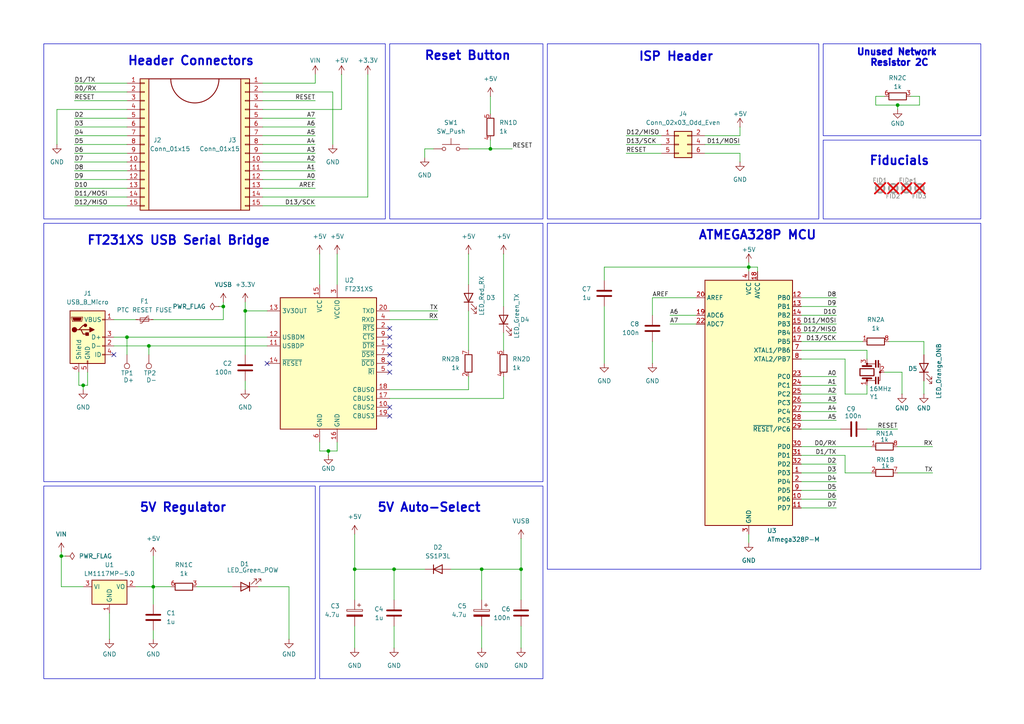
<source format=kicad_sch>
(kicad_sch (version 20250114) (generator "eeschema") (generator_version "9.0")
  (paper "A4")
  (lib_symbols
    (symbol "Connector:TestPoint" (pin_numbers (hide yes)) (pin_names (offset 0.762) (hide yes))
      (property "Reference" "TP" (at 0 6.858 0))
      (property "Value" "TestPoint" (at 0 5.08 0))
      (symbol "TestPoint_1_1"
        (pin passive line (at 0 0 90) (length 2.54) (name "1") (number "1"))
      )
    )
    (symbol "Connector:USB_B_Micro" (pin_names (offset 1.016))
      (property "Reference" "J" (at -5.08 11.43 0))
      (property "Value" "USB_B_Micro" (at -5.08 8.89 0))
      (symbol "USB_B_Micro_1_1"
        (pin passive line (at -2.54 -10.16 90) (length 2.54) (name "Shield") (number "6"))
        (pin power_out line (at 0 -10.16 90) (length 2.54) (name "GND") (number "5"))
        (pin power_out line (at 7.62 5.08 180) (length 2.54) (name "VBUS") (number "1"))
        (pin bidirectional line (at 7.62 0 180) (length 2.54) (name "D+") (number "3"))
        (pin bidirectional line (at 7.62 -2.54 180) (length 2.54) (name "D-") (number "2"))
        (pin passive line (at 7.62 -5.08 180) (length 2.54) (name "ID") (number "4"))
      )
    )
    (symbol "Connector_Generic:Conn_01x15" (pin_names (offset 1.016) (hide yes))
      (property "Reference" "J" (at 0 20.32 0))
      (property "Value" "Conn_01x15" (at 0 -20.32 0))
      (symbol "Conn_01x15_1_1"
        (pin passive line (at -5.08 17.78 0) (length 3.81) (name "Pin_1") (number "1"))
        (pin passive line (at -5.08 15.24 0) (length 3.81) (name "Pin_2") (number "2"))
        (pin passive line (at -5.08 12.7 0) (length 3.81) (name "Pin_3") (number "3"))
        (pin passive line (at -5.08 10.16 0) (length 3.81) (name "Pin_4") (number "4"))
        (pin passive line (at -5.08 7.62 0) (length 3.81) (name "Pin_5") (number "5"))
        (pin passive line (at -5.08 5.08 0) (length 3.81) (name "Pin_6") (number "6"))
        (pin passive line (at -5.08 2.54 0) (length 3.81) (name "Pin_7") (number "7"))
        (pin passive line (at -5.08 0 0) (length 3.81) (name "Pin_8") (number "8"))
        (pin passive line (at -5.08 -2.54 0) (length 3.81) (name "Pin_9") (number "9"))
        (pin passive line (at -5.08 -5.08 0) (length 3.81) (name "Pin_10") (number "10"))
        (pin passive line (at -5.08 -7.62 0) (length 3.81) (name "Pin_11") (number "11"))
        (pin passive line (at -5.08 -10.16 0) (length 3.81) (name "Pin_12") (number "12"))
        (pin passive line (at -5.08 -12.7 0) (length 3.81) (name "Pin_13") (number "13"))
        (pin passive line (at -5.08 -15.24 0) (length 3.81) (name "Pin_14") (number "14"))
        (pin passive line (at -5.08 -17.78 0) (length 3.81) (name "Pin_15") (number "15"))
      )
    )
    (symbol "Connector_Generic:Conn_02x03_Odd_Even" (pin_names (offset 1.016) (hide yes))
      (property "Reference" "J" (at 1.27 5.08 0))
      (property "Value" "Conn_02x03_Odd_Even" (at 1.27 -5.08 0))
      (symbol "Conn_02x03_Odd_Even_1_1"
        (pin passive line (at -5.08 2.54 0) (length 3.81) (name "Pin_1") (number "1"))
        (pin passive line (at -5.08 0 0) (length 3.81) (name "Pin_3") (number "3"))
        (pin passive line (at -5.08 -2.54 0) (length 3.81) (name "Pin_5") (number "5"))
        (pin passive line (at 7.62 2.54 180) (length 3.81) (name "Pin_2") (number "2"))
        (pin passive line (at 7.62 0 180) (length 3.81) (name "Pin_4") (number "4"))
        (pin passive line (at 7.62 -2.54 180) (length 3.81) (name "Pin_6") (number "6"))
      )
    )
    (symbol "Device:C" (pin_numbers (hide yes)) (pin_names (offset 0.254))
      (property "Reference" "C" (at 0.635 2.54 0))
      (property "Value" "C" (at 0.635 -2.54 0))
      (symbol "C_1_1"
        (pin passive line (at 0 3.81 270) (length 2.794) (name "~") (number "1"))
        (pin passive line (at 0 -3.81 90) (length 2.794) (name "~") (number "2"))
      )
    )
    (symbol "Device:C_Polarized" (pin_numbers (hide yes)) (pin_names (offset 0.254))
      (property "Reference" "C" (at 0.635 2.54 0))
      (property "Value" "C_Polarized" (at 0.635 -2.54 0))
      (symbol "C_Polarized_1_1"
        (pin passive line (at 0 3.81 270) (length 2.794) (name "~") (number "1"))
        (pin passive line (at 0 -3.81 90) (length 2.794) (name "~") (number "2"))
      )
    )
    (symbol "Device:D" (pin_numbers (hide yes)) (pin_names (offset 1.016) (hide yes))
      (property "Reference" "D" (at 0 2.54 0))
      (property "Value" "D" (at 0 -2.54 0))
      (symbol "D_1_1"
        (pin passive line (at -3.81 0 0) (length 2.54) (name "K") (number "1"))
        (pin passive line (at 3.81 0 180) (length 2.54) (name "A") (number "2"))
      )
    )
    (symbol "Device:LED" (pin_numbers (hide yes)) (pin_names (offset 1.016) (hide yes))
      (property "Reference" "D" (at 0 2.54 0))
      (property "Value" "LED" (at 0 -2.54 0))
      (symbol "LED_1_1"
        (pin passive line (at -3.81 0 0) (length 2.54) (name "K") (number "1"))
        (pin passive line (at 3.81 0 180) (length 2.54) (name "A") (number "2"))
      )
    )
    (symbol "Device:Polyfuse_Small" (pin_numbers (hide yes)) (pin_names (offset 0))
      (property "Reference" "F" (at -1.905 0 90))
      (property "Value" "Polyfuse_Small" (at 1.905 0 90))
      (symbol "Polyfuse_Small_1_1"
        (pin passive line (at 0 2.54 270) (length 0.635) (name "~") (number "1"))
        (pin passive line (at 0 -2.54 90) (length 0.635) (name "~") (number "2"))
      )
    )
    (symbol "Device:R_Pack04_Split" (pin_names (offset 0) (hide yes))
      (property "Reference" "RN" (at 2.032 0 90))
      (property "Value" "R_Pack04_Split" (at 0 0 90))
      (symbol "R_Pack04_Split_1_1"
        (pin passive line (at 0 3.81 270) (length 1.27) (name "R1.2") (number "8"))
        (pin passive line (at 0 -3.81 90) (length 1.27) (name "R1.1") (number "1"))
      )
      (symbol "R_Pack04_Split_2_1"
        (pin passive line (at 0 3.81 270) (length 1.27) (name "R2.2") (number "7"))
        (pin passive line (at 0 -3.81 90) (length 1.27) (name "R2.1") (number "2"))
      )
      (symbol "R_Pack04_Split_3_1"
        (pin passive line (at 0 3.81 270) (length 1.27) (name "R3.2") (number "6"))
        (pin passive line (at 0 -3.81 90) (length 1.27) (name "R3.1") (number "3"))
      )
      (symbol "R_Pack04_Split_4_1"
        (pin passive line (at 0 3.81 270) (length 1.27) (name "R4.2") (number "5"))
        (pin passive line (at 0 -3.81 90) (length 1.27) (name "R4.1") (number "4"))
      )
    )
    (symbol "Device:Resonator" (pin_names (offset 1.016) (hide yes))
      (property "Reference" "Y" (at 0 5.715 0))
      (property "Value" "Resonator" (at 0 3.81 0))
      (symbol "Resonator_1_1"
        (pin passive line (at -3.81 0 0) (length 1.27) (name "1") (number "1"))
        (pin passive line (at 0 -5.08 90) (length 1.27) (name "2") (number "2"))
        (pin passive line (at 3.81 0 180) (length 1.27) (name "3") (number "3"))
      )
    )
    (symbol "Interface_USB:FT231XS"
      (property "Reference" "U" (at -13.97 20.32 0))
      (property "Value" "FT231XS" (at 7.62 20.32 0))
      (symbol "FT231XS_1_1"
        (pin power_out line (at -17.78 15.24 0) (length 3.81) (name "3V3OUT") (number "13"))
        (pin bidirectional line (at -17.78 7.62 0) (length 3.81) (name "USBDM") (number "12"))
        (pin bidirectional line (at -17.78 5.08 0) (length 3.81) (name "USBDP") (number "11"))
        (pin input line (at -17.78 0 0) (length 3.81) (name "~{RESET}") (number "14"))
        (pin power_in line (at -2.54 22.86 270) (length 3.81) (name "VCC") (number "15"))
        (pin power_in line (at -2.54 -22.86 90) (length 3.81) (name "GND") (number "6"))
        (pin power_in line (at 2.54 22.86 270) (length 3.81) (name "VCCIO") (number "3"))
        (pin power_in line (at 2.54 -22.86 90) (length 3.81) (name "GND") (number "16"))
        (pin output line (at 17.78 15.24 180) (length 3.81) (name "TXD") (number "20"))
        (pin input line (at 17.78 12.7 180) (length 3.81) (name "RXD") (number "4"))
        (pin output line (at 17.78 10.16 180) (length 3.81) (name "~{RTS}") (number "2"))
        (pin input line (at 17.78 7.62 180) (length 3.81) (name "~{CTS}") (number "9"))
        (pin output line (at 17.78 5.08 180) (length 3.81) (name "~{DTR}") (number "1"))
        (pin input line (at 17.78 2.54 180) (length 3.81) (name "~{DSR}") (number "7"))
        (pin input line (at 17.78 0 180) (length 3.81) (name "~{DCD}") (number "8"))
        (pin input line (at 17.78 -2.54 180) (length 3.81) (name "~{RI}") (number "5"))
        (pin bidirectional line (at 17.78 -7.62 180) (length 3.81) (name "CBUS0") (number "18"))
        (pin bidirectional line (at 17.78 -10.16 180) (length 3.81) (name "CBUS1") (number "17"))
        (pin bidirectional line (at 17.78 -12.7 180) (length 3.81) (name "CBUS2") (number "10"))
        (pin bidirectional line (at 17.78 -15.24 180) (length 3.81) (name "CBUS3") (number "19"))
      )
    )
    (symbol "MCU_Microchip_ATmega:ATmega328P-M"
      (property "Reference" "U" (at -12.7 36.83 0))
      (property "Value" "ATmega328P-M" (at 2.54 -36.83 0))
      (symbol "ATmega328P-M_1_1"
        (pin passive line (at -15.24 30.48 0) (length 2.54) (name "AREF") (number "20"))
        (pin input line (at -15.24 25.4 0) (length 2.54) (name "ADC6") (number "19"))
        (pin input line (at -15.24 22.86 0) (length 2.54) (name "ADC7") (number "22"))
        (pin power_in line (at 0 38.1 270) (length 2.54) (name "VCC") (number "4"))
        (pin passive line (at 0 38.1 270) (length 2.54) (hide yes) (name "VCC") (number "6"))
        (pin passive line (at 0 -38.1 90) (length 2.54) (hide yes) (name "GND") (number "21"))
        (pin power_in line (at 0 -38.1 90) (length 2.54) (name "GND") (number "3"))
        (pin passive line (at 0 -38.1 90) (length 2.54) (hide yes) (name "GND") (number "33"))
        (pin passive line (at 0 -38.1 90) (length 2.54) (hide yes) (name "GND") (number "5"))
        (pin power_in line (at 2.54 38.1 270) (length 2.54) (name "AVCC") (number "18"))
        (pin bidirectional line (at 15.24 30.48 180) (length 2.54) (name "PB0") (number "12"))
        (pin bidirectional line (at 15.24 27.94 180) (length 2.54) (name "PB1") (number "13"))
        (pin bidirectional line (at 15.24 25.4 180) (length 2.54) (name "PB2") (number "14"))
        (pin bidirectional line (at 15.24 22.86 180) (length 2.54) (name "PB3") (number "15"))
        (pin bidirectional line (at 15.24 20.32 180) (length 2.54) (name "PB4") (number "16"))
        (pin bidirectional line (at 15.24 17.78 180) (length 2.54) (name "PB5") (number "17"))
        (pin bidirectional line (at 15.24 15.24 180) (length 2.54) (name "XTAL1/PB6") (number "7"))
        (pin bidirectional line (at 15.24 12.7 180) (length 2.54) (name "XTAL2/PB7") (number "8"))
        (pin bidirectional line (at 15.24 7.62 180) (length 2.54) (name "PC0") (number "23"))
        (pin bidirectional line (at 15.24 5.08 180) (length 2.54) (name "PC1") (number "24"))
        (pin bidirectional line (at 15.24 2.54 180) (length 2.54) (name "PC2") (number "25"))
        (pin bidirectional line (at 15.24 0 180) (length 2.54) (name "PC3") (number "26"))
        (pin bidirectional line (at 15.24 -2.54 180) (length 2.54) (name "PC4") (number "27"))
        (pin bidirectional line (at 15.24 -5.08 180) (length 2.54) (name "PC5") (number "28"))
        (pin bidirectional line (at 15.24 -7.62 180) (length 2.54) (name "~{RESET}/PC6") (number "29"))
        (pin bidirectional line (at 15.24 -12.7 180) (length 2.54) (name "PD0") (number "30"))
        (pin bidirectional line (at 15.24 -15.24 180) (length 2.54) (name "PD1") (number "31"))
        (pin bidirectional line (at 15.24 -17.78 180) (length 2.54) (name "PD2") (number "32"))
        (pin bidirectional line (at 15.24 -20.32 180) (length 2.54) (name "PD3") (number "1"))
        (pin bidirectional line (at 15.24 -22.86 180) (length 2.54) (name "PD4") (number "2"))
        (pin bidirectional line (at 15.24 -25.4 180) (length 2.54) (name "PD5") (number "9"))
        (pin bidirectional line (at 15.24 -27.94 180) (length 2.54) (name "PD6") (number "10"))
        (pin bidirectional line (at 15.24 -30.48 180) (length 2.54) (name "PD7") (number "11"))
      )
    )
    (symbol "Mechanical:Fiducial" (in_bom no)
      (property "Reference" "FID" (at 0 5.08 0))
      (property "Value" "Fiducial" (at 0 3.175 0))
    )
    (symbol "Regulator_Linear:LM1117MP-5.0"
      (property "Reference" "U" (at -3.81 3.175 0))
      (property "Value" "LM1117MP-5.0" (at 0 3.175 0))
      (symbol "LM1117MP-5.0_1_1"
        (pin power_in line (at -7.62 0 0) (length 2.54) (name "VI") (number "3"))
        (pin power_in line (at 0 -7.62 90) (length 2.54) (name "GND") (number "1"))
        (pin power_out line (at 7.62 0 180) (length 2.54) (name "VO") (number "2"))
      )
    )
    (symbol "Switch:SW_Push" (pin_numbers (hide yes)) (pin_names (offset 1.016) (hide yes))
      (property "Reference" "SW" (at 1.27 2.54 0))
      (property "Value" "SW_Push" (at 0 -1.524 0))
      (symbol "SW_Push_0_1"
        (pin passive line (at -5.08 0 0) (length 2.54) (name "1") (number "1"))
        (pin passive line (at 5.08 0 180) (length 2.54) (name "2") (number "2"))
      )
    )
    (symbol "power:+3.3V" (power) (pin_numbers (hide yes)) (pin_names (offset 0) (hide yes))
      (property "Value" "+3.3V" (at 0 3.556 0))
      (symbol "+3.3V_1_1"
        (pin power_in line (at 0 0 90) (length 0) (name "~") (number "1"))
      )
    )
    (symbol "power:+5V" (power) (pin_numbers (hide yes)) (pin_names (offset 0) (hide yes))
      (property "Value" "+5V" (at 0 3.556 0))
      (symbol "+5V_1_1"
        (pin power_in line (at 0 0 90) (length 0) (name "~") (number "1"))
      )
    )
    (symbol "power:GND" (power) (pin_numbers (hide yes)) (pin_names (offset 0) (hide yes))
      (property "Value" "GND" (at 0 -3.81 0))
      (symbol "GND_1_1"
        (pin power_in line (at 0 0 270) (length 0) (name "~") (number "1"))
      )
    )
    (symbol "power:PWR_FLAG" (power) (pin_numbers (hide yes)) (pin_names (offset 0) (hide yes))
      (property "Value" "PWR_FLAG" (at 0 3.81 0))
      (symbol "PWR_FLAG_0_0"
        (pin power_out line (at 0 0 90) (length 0) (name "~") (number "1"))
      )
    )
    (symbol "power:VAA" (power) (pin_numbers (hide yes)) (pin_names (offset 0) (hide yes))
      (property "Value" "VAA" (at 0 3.556 0))
      (symbol "VAA_1_1"
        (pin power_in line (at 0 0 90) (length 0) (name "~") (number "1"))
      )
    )
    (symbol "power:VBUS" (power) (pin_numbers (hide yes)) (pin_names (offset 0) (hide yes))
      (property "Value" "VBUS" (at 0 3.556 0))
      (symbol "VBUS_1_1"
        (pin power_in line (at 0 0 90) (length 0) (name "~") (number "1"))
      )
    )
  )
  (rectangle (start 158.75 64.77) (end 284.48 165.1))
  (rectangle (start 12.7 12.7) (end 111.76 63.5))
  (rectangle (start 238.76 12.7) (end 284.48 39.37))
  (arc (start 63.5 22.86) (mid 56.515 29.845) (end 49.53 22.86) (stroke (width 0.254) (color 132 0 0 1)))
  (rectangle (start 238.76 40.64) (end 284.48 63.5))
  (rectangle (start 113.03 12.7) (end 157.48 63.5))
  (rectangle (start 12.7 64.77) (end 157.48 139.7))
  (rectangle (start 158.75 12.7) (end 237.49 63.5))
  (rectangle (start 92.71 140.97) (end 157.48 196.85))
  (rectangle (start 12.7 140.97) (end 91.44 196.85))
  (text "Header Connectors" (at 55.372 17.78 0) (effects (font (size 2.54 2.54) (thickness 0.508) (bold yes))))
  (text "ATMEGA328P MCU" (at 219.71 68.326 0) (effects (font (size 2.54 2.54) (thickness 0.508) (bold yes))))
  (text "5V Auto-Select" (at 124.46 147.32 0) (effects (font (size 2.54 2.54) (thickness 0.508) (bold yes))))
  (text "FT231XS USB Serial Bridge" (at 51.816 69.85 0) (effects (font (size 2.54 2.54) (thickness 0.508) (bold yes))))
  (text "ISP Header" (at 196.088 16.51 0) (effects (font (size 2.54 2.54) (thickness 0.508) (bold yes))))
  (text "5V Regulator" (at 53.086 147.32 0) (effects (font (size 2.54 2.54) (thickness 0.508) (bold yes))))
  (text "Reset Button" (at 135.636 16.256 0) (effects (font (size 2.54 2.54) (thickness 0.508) (bold yes))))
  (text "Fiducials\n" (at 260.858 46.736 0) (effects (font (size 2.54 2.54) (thickness 0.508) (bold yes))))
  (text "Unused Network \nResistor 2C" (at 260.858 16.764 0) (effects (font (size 1.905 1.905) (thickness 0.508) (bold yes))))
  (junction (at 260.35 30.48))
  (junction (at 151.13 165.1))
  (junction (at 43.18 100.33))
  (junction (at 114.3 165.1))
  (junction (at 142.24 43.18))
  (junction (at 44.45 170.18))
  (junction (at 71.12 90.17))
  (junction (at 217.17 77.47))
  (junction (at 17.78 161.29))
  (junction (at 139.7 165.1))
  (junction (at 24.13 111.76))
  (junction (at 102.87 165.1))
  (junction (at 64.77 88.9))
  (junction (at 36.83 97.79))
  (junction (at 95.25 130.81))
  (no_connect (at 113.03 105.41))
  (no_connect (at 77.47 105.41))
  (no_connect (at 113.03 97.79))
  (no_connect (at 113.03 102.87))
  (no_connect (at 113.03 107.95))
  (no_connect (at 33.02 102.87))
  (no_connect (at 113.03 118.11))
  (no_connect (at 113.03 120.65))
  (no_connect (at 113.03 100.33))
  (no_connect (at 113.03 95.25))
  (wire (pts (xy 44.45 170.18) (xy 44.45 175.26)))
  (wire (pts (xy 44.45 185.42) (xy 44.45 182.88)))
  (wire (pts (xy 21.59 52.07) (xy 36.83 52.07)))
  (wire (pts (xy 243.84 124.46) (xy 232.41 124.46)))
  (wire (pts (xy 251.46 101.6) (xy 251.46 104.14)))
  (wire (pts (xy 142.24 43.18) (xy 142.24 40.64)))
  (wire (pts (xy 201.93 93.98) (xy 194.31 93.98)))
  (wire (pts (xy 76.2 57.15) (xy 106.68 57.15)))
  (wire (pts (xy 22.86 111.76) (xy 24.13 111.76)))
  (wire (pts (xy 232.41 88.9) (xy 242.57 88.9)))
  (wire (pts (xy 245.11 114.3) (xy 251.46 114.3)))
  (wire (pts (xy 91.44 24.13) (xy 91.44 21.59)))
  (wire (pts (xy 95.25 130.81) (xy 97.79 130.81)))
  (wire (pts (xy 232.41 139.7) (xy 242.57 139.7)))
  (wire (pts (xy 97.79 73.66) (xy 97.79 82.55)))
  (wire (pts (xy 135.89 73.66) (xy 135.89 82.55)))
  (wire (pts (xy 260.35 31.75) (xy 260.35 30.48)))
  (wire (pts (xy 214.63 46.99) (xy 214.63 44.45)))
  (wire (pts (xy 16.51 31.75) (xy 36.83 31.75)))
  (wire (pts (xy 232.41 147.32) (xy 242.57 147.32)))
  (wire (pts (xy 151.13 173.99) (xy 151.13 165.1)))
  (wire (pts (xy 102.87 154.94) (xy 102.87 165.1)))
  (wire (pts (xy 260.35 137.16) (xy 270.51 137.16)))
  (wire (pts (xy 232.41 104.14) (xy 245.11 104.14)))
  (wire (pts (xy 123.19 43.18) (xy 125.73 43.18)))
  (wire (pts (xy 21.59 39.37) (xy 36.83 39.37)))
  (wire (pts (xy 57.15 170.18) (xy 67.31 170.18)))
  (wire (pts (xy 146.05 115.57) (xy 146.05 109.22)))
  (wire (pts (xy 189.23 86.36) (xy 189.23 91.44)))
  (wire (pts (xy 99.06 31.75) (xy 99.06 21.59)))
  (wire (pts (xy 266.7 30.48) (xy 260.35 30.48)))
  (wire (pts (xy 44.45 161.29) (xy 44.45 170.18)))
  (wire (pts (xy 76.2 44.45) (xy 91.44 44.45)))
  (wire (pts (xy 251.46 114.3) (xy 251.46 111.76)))
  (wire (pts (xy 245.11 104.14) (xy 245.11 114.3)))
  (wire (pts (xy 232.41 137.16) (xy 242.57 137.16)))
  (wire (pts (xy 191.77 39.37) (xy 181.61 39.37)))
  (wire (pts (xy 76.2 52.07) (xy 91.44 52.07)))
  (wire (pts (xy 260.35 30.48) (xy 254 30.48)))
  (wire (pts (xy 102.87 165.1) (xy 114.3 165.1)))
  (wire (pts (xy 217.17 154.94) (xy 217.17 157.48)))
  (wire (pts (xy 21.59 41.91) (xy 36.83 41.91)))
  (wire (pts (xy 232.41 142.24) (xy 242.57 142.24)))
  (wire (pts (xy 260.35 129.54) (xy 270.51 129.54)))
  (wire (pts (xy 76.2 34.29) (xy 91.44 34.29)))
  (wire (pts (xy 64.77 88.9) (xy 64.77 92.71)))
  (wire (pts (xy 33.02 92.71) (xy 39.37 92.71)))
  (wire (pts (xy 91.44 46.99) (xy 76.2 46.99)))
  (wire (pts (xy 232.41 114.3) (xy 242.57 114.3)))
  (wire (pts (xy 21.59 44.45) (xy 36.83 44.45)))
  (wire (pts (xy 76.2 41.91) (xy 91.44 41.91)))
  (wire (pts (xy 63.5 88.9) (xy 64.77 88.9)))
  (wire (pts (xy 21.59 24.13) (xy 36.83 24.13)))
  (wire (pts (xy 135.89 113.03) (xy 135.89 109.22)))
  (wire (pts (xy 76.2 39.37) (xy 91.44 39.37)))
  (wire (pts (xy 24.13 111.76) (xy 24.13 113.03)))
  (wire (pts (xy 36.83 46.99) (xy 21.59 46.99)))
  (wire (pts (xy 16.51 31.75) (xy 16.51 41.91)))
  (wire (pts (xy 151.13 181.61) (xy 151.13 187.96)))
  (wire (pts (xy 266.7 27.94) (xy 264.16 27.94)))
  (wire (pts (xy 92.71 130.81) (xy 92.71 128.27)))
  (wire (pts (xy 113.03 113.03) (xy 135.89 113.03)))
  (wire (pts (xy 83.82 170.18) (xy 83.82 185.42)))
  (wire (pts (xy 232.41 144.78) (xy 242.57 144.78)))
  (wire (pts (xy 232.41 121.92) (xy 242.57 121.92)))
  (wire (pts (xy 217.17 77.47) (xy 217.17 76.2)))
  (wire (pts (xy 204.47 41.91) (xy 214.63 41.91)))
  (wire (pts (xy 254 27.94) (xy 256.54 27.94)))
  (wire (pts (xy 114.3 165.1) (xy 123.19 165.1)))
  (wire (pts (xy 217.17 77.47) (xy 219.71 77.47)))
  (wire (pts (xy 64.77 92.71) (xy 44.45 92.71)))
  (wire (pts (xy 19.05 161.29) (xy 17.78 161.29)))
  (wire (pts (xy 175.26 88.9) (xy 175.26 105.41)))
  (wire (pts (xy 33.02 100.33) (xy 43.18 100.33)))
  (wire (pts (xy 127 90.17) (xy 113.03 90.17)))
  (wire (pts (xy 22.86 107.95) (xy 22.86 111.76)))
  (wire (pts (xy 36.83 97.79) (xy 77.47 97.79)))
  (wire (pts (xy 142.24 43.18) (xy 148.59 43.18)))
  (wire (pts (xy 261.62 107.95) (xy 261.62 114.3)))
  (wire (pts (xy 232.41 91.44) (xy 242.57 91.44)))
  (wire (pts (xy 71.12 90.17) (xy 71.12 102.87)))
  (wire (pts (xy 146.05 96.52) (xy 146.05 101.6)))
  (wire (pts (xy 232.41 86.36) (xy 242.57 86.36)))
  (wire (pts (xy 31.75 177.8) (xy 31.75 185.42)))
  (wire (pts (xy 21.59 36.83) (xy 36.83 36.83)))
  (wire (pts (xy 21.59 29.21) (xy 36.83 29.21)))
  (wire (pts (xy 232.41 119.38) (xy 242.57 119.38)))
  (wire (pts (xy 17.78 170.18) (xy 17.78 161.29)))
  (wire (pts (xy 76.2 26.67) (xy 96.52 26.67)))
  (wire (pts (xy 123.19 43.18) (xy 123.19 45.72)))
  (wire (pts (xy 25.4 107.95) (xy 25.4 111.76)))
  (wire (pts (xy 232.41 111.76) (xy 242.57 111.76)))
  (wire (pts (xy 24.13 170.18) (xy 17.78 170.18)))
  (wire (pts (xy 267.97 102.87) (xy 267.97 99.06)))
  (wire (pts (xy 175.26 77.47) (xy 217.17 77.47)))
  (wire (pts (xy 232.41 129.54) (xy 252.73 129.54)))
  (wire (pts (xy 21.59 54.61) (xy 36.83 54.61)))
  (wire (pts (xy 76.2 36.83) (xy 91.44 36.83)))
  (wire (pts (xy 92.71 130.81) (xy 95.25 130.81)))
  (wire (pts (xy 76.2 59.69) (xy 91.44 59.69)))
  (wire (pts (xy 44.45 170.18) (xy 49.53 170.18)))
  (wire (pts (xy 232.41 99.06) (xy 250.19 99.06)))
  (wire (pts (xy 135.89 43.18) (xy 142.24 43.18)))
  (wire (pts (xy 43.18 100.33) (xy 77.47 100.33)))
  (wire (pts (xy 130.81 165.1) (xy 139.7 165.1)))
  (wire (pts (xy 71.12 87.63) (xy 71.12 90.17)))
  (wire (pts (xy 76.2 29.21) (xy 91.44 29.21)))
  (wire (pts (xy 175.26 81.28) (xy 175.26 77.47)))
  (wire (pts (xy 21.59 34.29) (xy 36.83 34.29)))
  (wire (pts (xy 214.63 44.45) (xy 204.47 44.45)))
  (wire (pts (xy 201.93 86.36) (xy 189.23 86.36)))
  (wire (pts (xy 245.11 137.16) (xy 245.11 132.08)))
  (wire (pts (xy 43.18 100.33) (xy 43.18 102.87)))
  (wire (pts (xy 97.79 128.27) (xy 97.79 130.81)))
  (wire (pts (xy 76.2 54.61) (xy 91.44 54.61)))
  (wire (pts (xy 232.41 101.6) (xy 251.46 101.6)))
  (wire (pts (xy 39.37 170.18) (xy 44.45 170.18)))
  (wire (pts (xy 21.59 26.67) (xy 36.83 26.67)))
  (wire (pts (xy 102.87 181.61) (xy 102.87 187.96)))
  (wire (pts (xy 254 30.48) (xy 254 27.94)))
  (polyline (pts (xy 43.18 60.96) (xy 69.85 60.96)) (stroke (width 0.254) (type solid) (color 132 0 0 1)))
  (wire (pts (xy 232.41 109.22) (xy 242.57 109.22)))
  (wire (pts (xy 189.23 99.06) (xy 189.23 105.41)))
  (polyline (pts (xy 43.18 22.86) (xy 69.85 22.86)) (stroke (width 0.254) (type solid) (color 132 0 0 1)))
  (wire (pts (xy 267.97 99.06) (xy 257.81 99.06)))
  (wire (pts (xy 151.13 156.21) (xy 151.13 165.1)))
  (wire (pts (xy 21.59 59.69) (xy 36.83 59.69)))
  (wire (pts (xy 96.52 26.67) (xy 96.52 41.91)))
  (wire (pts (xy 74.93 170.18) (xy 83.82 170.18)))
  (wire (pts (xy 267.97 110.49) (xy 267.97 114.3)))
  (wire (pts (xy 232.41 116.84) (xy 242.57 116.84)))
  (wire (pts (xy 33.02 97.79) (xy 36.83 97.79)))
  (wire (pts (xy 232.41 93.98) (xy 242.57 93.98)))
  (wire (pts (xy 217.17 78.74) (xy 217.17 77.47)))
  (wire (pts (xy 146.05 73.66) (xy 146.05 88.9)))
  (wire (pts (xy 232.41 96.52) (xy 242.57 96.52)))
  (wire (pts (xy 36.83 97.79) (xy 36.83 102.87)))
  (wire (pts (xy 191.77 41.91) (xy 181.61 41.91)))
  (wire (pts (xy 219.71 78.74) (xy 219.71 77.47)))
  (wire (pts (xy 245.11 137.16) (xy 252.73 137.16)))
  (wire (pts (xy 76.2 49.53) (xy 91.44 49.53)))
  (wire (pts (xy 71.12 90.17) (xy 77.47 90.17)))
  (wire (pts (xy 151.13 165.1) (xy 139.7 165.1)))
  (wire (pts (xy 21.59 57.15) (xy 36.83 57.15)))
  (wire (pts (xy 24.13 111.76) (xy 25.4 111.76)))
  (wire (pts (xy 181.61 44.45) (xy 191.77 44.45)))
  (wire (pts (xy 232.41 134.62) (xy 242.57 134.62)))
  (wire (pts (xy 17.78 161.29) (xy 17.78 160.02)))
  (wire (pts (xy 214.63 36.83) (xy 214.63 39.37)))
  (wire (pts (xy 139.7 173.99) (xy 139.7 165.1)))
  (wire (pts (xy 95.25 130.81) (xy 95.25 132.08)))
  (wire (pts (xy 214.63 39.37) (xy 204.47 39.37)))
  (wire (pts (xy 92.71 73.66) (xy 92.71 82.55)))
  (wire (pts (xy 71.12 110.49) (xy 71.12 113.03)))
  (wire (pts (xy 102.87 173.99) (xy 102.87 165.1)))
  (wire (pts (xy 127 92.71) (xy 113.03 92.71)))
  (wire (pts (xy 139.7 181.61) (xy 139.7 187.96)))
  (wire (pts (xy 256.54 107.95) (xy 261.62 107.95)))
  (wire (pts (xy 114.3 181.61) (xy 114.3 187.96)))
  (wire (pts (xy 260.35 124.46) (xy 251.46 124.46)))
  (wire (pts (xy 76.2 24.13) (xy 91.44 24.13)))
  (wire (pts (xy 245.11 132.08) (xy 232.41 132.08)))
  (wire (pts (xy 113.03 115.57) (xy 146.05 115.57)))
  (wire (pts (xy 21.59 49.53) (xy 36.83 49.53)))
  (wire (pts (xy 106.68 57.15) (xy 106.68 21.59)))
  (wire (pts (xy 201.93 91.44) (xy 194.31 91.44)))
  (wire (pts (xy 266.7 27.94) (xy 266.7 30.48)))
  (wire (pts (xy 135.89 90.17) (xy 135.89 101.6)))
  (wire (pts (xy 142.24 33.02) (xy 142.24 27.94)))
  (wire (pts (xy 76.2 31.75) (xy 99.06 31.75)))
  (wire (pts (xy 64.77 87.63) (xy 64.77 88.9)))
  (wire (pts (xy 114.3 173.99) (xy 114.3 165.1)))
  (label "D5" (at 21.59 41.91 0) (effects (font (size 1.2446 1.2446))))
  (label "A2" (at 242.57 114.3 180) (effects (font (size 1.2446 1.2446))))
  (label "A1" (at 91.44 49.53 180) (effects (font (size 1.2446 1.2446))))
  (label "RESET" (at 148.59 43.18 0) (effects (font (size 1.2446 1.2446))))
  (label "A6" (at 194.31 91.44 0) (effects (font (size 1.2446 1.2446))))
  (label "A6" (at 91.44 36.83 180) (effects (font (size 1.2446 1.2446))))
  (label "RESET" (at 181.61 44.45 0) (effects (font (size 1.2446 1.2446))))
  (label "D13/SCK" (at 242.57 99.06 180) (effects (font (size 1.2446 1.2446))))
  (label "A5" (at 242.57 121.92 180) (effects (font (size 1.2446 1.2446))))
  (label "D10" (at 242.57 91.44 180) (effects (font (size 1.2446 1.2446))))
  (label "A3" (at 91.44 44.45 180) (effects (font (size 1.2446 1.2446))))
  (label "RX" (at 270.51 129.54 180) (effects (font (size 1.2446 1.2446))))
  (label "A7" (at 91.44 34.29 180) (effects (font (size 1.2446 1.2446))))
  (label "D11/MOSI" (at 242.57 93.98 180) (effects (font (size 1.2446 1.2446))))
  (label "D0/RX" (at 21.59 26.67 0) (effects (font (size 1.2446 1.2446))))
  (label "D3" (at 242.57 137.16 180) (effects (font (size 1.2446 1.2446))))
  (label "RESET" (at 21.59 29.21 0) (effects (font (size 1.2446 1.2446))))
  (label "D0/RX" (at 242.57 129.54 180) (effects (font (size 1.2446 1.2446))))
  (label "D2" (at 21.59 34.29 0) (effects (font (size 1.2446 1.2446))))
  (label "A1" (at 242.57 111.76 180) (effects (font (size 1.2446 1.2446))))
  (label "D6" (at 242.57 144.78 180) (effects (font (size 1.2446 1.2446))))
  (label "D12/MISO" (at 21.59 59.69 0) (effects (font (size 1.2446 1.2446))))
  (label "A5" (at 91.44 39.37 180) (effects (font (size 1.2446 1.2446))))
  (label "D11/MOSI" (at 214.63 41.91 180) (effects (font (size 1.2446 1.2446))))
  (label "D7" (at 21.59 46.99 0) (effects (font (size 1.2446 1.2446))))
  (label "D10" (at 21.59 54.61 0) (effects (font (size 1.2446 1.2446))))
  (label "D13/SCK" (at 181.61 41.91 0) (effects (font (size 1.2446 1.2446))))
  (label "RESET" (at 260.35 124.46 180) (effects (font (size 1.2446 1.2446))))
  (label "A4" (at 242.57 119.38 180) (effects (font (size 1.2446 1.2446))))
  (label "D1/TX" (at 21.59 24.13 0) (effects (font (size 1.2446 1.2446))))
  (label "TX" (at 127 90.17 180) (effects (font (size 1.2446 1.2446))))
  (label "RX" (at 127 92.71 180) (effects (font (size 1.2446 1.2446))))
  (label "AREF" (at 189.23 86.36 0) (effects (font (size 1.2446 1.2446))))
  (label "TX" (at 270.51 137.16 180) (effects (font (size 1.2446 1.2446))))
  (label "D12/MISO" (at 242.57 96.52 180) (effects (font (size 1.2446 1.2446))))
  (label "A0" (at 91.44 52.07 180) (effects (font (size 1.2446 1.2446))))
  (label "D2" (at 242.57 134.62 180) (effects (font (size 1.2446 1.2446))))
  (label "D8" (at 21.59 49.53 0) (effects (font (size 1.2446 1.2446))))
  (label "D9" (at 21.59 52.07 0) (effects (font (size 1.2446 1.2446))))
  (label "D8" (at 242.57 86.36 180) (effects (font (size 1.2446 1.2446))))
  (label "D12/MISO" (at 181.61 39.37 0) (effects (font (size 1.2446 1.2446))))
  (label "A7" (at 194.31 93.98 0) (effects (font (size 1.2446 1.2446))))
  (label "D7" (at 242.57 147.32 180) (effects (font (size 1.2446 1.2446))))
  (label "A3" (at 242.57 116.84 180) (effects (font (size 1.2446 1.2446))))
  (label "A4" (at 91.44 41.91 180) (effects (font (size 1.2446 1.2446))))
  (label "D4" (at 21.59 39.37 0) (effects (font (size 1.2446 1.2446))))
  (label "A0" (at 242.57 109.22 180) (effects (font (size 1.2446 1.2446))))
  (label "D13/SCK" (at 91.44 59.69 180) (effects (font (size 1.2446 1.2446))))
  (label "A2" (at 91.44 46.99 180) (effects (font (size 1.2446 1.2446))))
  (label "AREF" (at 91.44 54.61 180) (effects (font (size 1.2446 1.2446))))
  (label "D9" (at 242.57 88.9 180) (effects (font (size 1.2446 1.2446))))
  (label "D5" (at 242.57 142.24 180) (effects (font (size 1.2446 1.2446))))
  (label "D6" (at 21.59 44.45 0) (effects (font (size 1.2446 1.2446))))
  (label "RESET" (at 91.44 29.21 180) (effects (font (size 1.2446 1.2446))))
  (label "D3" (at 21.59 36.83 0) (effects (font (size 1.2446 1.2446))))
  (label "D4" (at 242.57 139.7 180) (effects (font (size 1.2446 1.2446))))
  (label "D1/TX" (at 242.57 132.08 180) (effects (font (size 1.2446 1.2446))))
  (label "D11/MOSI" (at 21.59 57.15 0) (effects (font (size 1.2446 1.2446))))
  (symbol (lib_id "power:GND") (at 123.19 45.72 0) (mirror y) (unit 1)
    (property "Reference" "#PWR021" (effects (hide yes)))
    (property "Value" "GND" (at 123.19 50.8 0))
    (property "Description" "Power symbol creates a global label with name \"GND\" , ground" (effects (hide yes)))
  )
  (symbol (lib_id "power:+5V") (at 92.71 73.66 0) (unit 1)
    (property "Reference" "#PWR012" (effects (hide yes)))
    (property "Value" "+5V" (at 92.71 68.58 0))
    (property "Description" "Power symbol creates a global label with name \"+5V\"" (effects (hide yes)))
  )
  (symbol (lib_id "power:GND") (at 31.75 185.42 0) (mirror y) (unit 1)
    (property "Reference" "#PWR04" (effects (hide yes)))
    (property "Value" "GND" (at 31.75 189.738 0))
    (property "Description" "Power symbol creates a global label with name \"GND\" , ground" (effects (hide yes)))
  )
  (symbol (lib_id "power:+5V") (at 146.05 73.66 0) (unit 1)
    (property "Reference" "#PWR025" (effects (hide yes)))
    (property "Value" "+5V" (at 146.05 68.58 0))
    (property "Description" "Power symbol creates a global label with name \"+5V\"" (effects (hide yes)))
  )
  (symbol (lib_id "Device:R_Pack04_Split") (at 256.54 137.16 270) (unit 2)
    (property "Reference" "RN1" (at 256.794 133.35 90))
    (property "Value" "1k" (at 256.794 135.128 90))
    (property "Footprint" "Resistor_SMD:R_Cat16-4" (effects (hide yes)))
    (property "Description" "4 resistor network, parallel topology, split" (effects (hide yes)))
  )
  (symbol (lib_id "power:+5V") (at 217.17 76.2 0) (unit 1)
    (property "Reference" "#PWR032" (effects (hide yes)))
    (property "Value" "+5V" (at 217.17 72.39 0))
    (property "Description" "Power symbol creates a global label with name \"+5V\"" (effects (hide yes)))
  )
  (symbol (lib_id "Device:R_Pack04_Split") (at 260.35 27.94 90) (unit 3)
    (property "Reference" "RN2" (at 260.35 22.606 90))
    (property "Value" "1k" (at 260.35 25.146 90))
    (property "Footprint" "Resistor_SMD:R_Cat16-4" (effects (hide yes)))
    (property "Description" "4 resistor network, parallel topology, split" (effects (hide yes)))
  )
  (symbol (lib_id "power:GND") (at 189.23 105.41 0) (mirror y) (unit 1)
    (property "Reference" "#PWR029" (effects (hide yes)))
    (property "Value" "GND" (at 189.23 110.49 0))
    (property "Description" "Power symbol creates a global label with name \"GND\" , ground" (effects (hide yes)))
  )
  (symbol (lib_id "power:+5V") (at 135.89 73.66 0) (unit 1)
    (property "Reference" "#PWR022" (effects (hide yes)))
    (property "Value" "+5V" (at 135.89 68.58 0))
    (property "Description" "Power symbol creates a global label with name \"+5V\"" (effects (hide yes)))
  )
  (symbol (lib_id "Device:R_Pack04_Split") (at 254 99.06 270) (unit 1)
    (property "Reference" "RN2" (at 254 92.71 90))
    (property "Value" "1k" (at 254 95.25 90))
    (property "Footprint" "Resistor_SMD:R_Cat16-4" (effects (hide yes)))
    (property "Description" "4 resistor network, parallel topology, split" (effects (hide yes)))
  )
  (symbol (lib_id "Connector_Generic:Conn_01x15") (at 71.12 41.91 0) (mirror y) (unit 1)
    (property "Reference" "J3" (at 68.58 40.6399 0) (effects (justify left)))
    (property "Value" "Conn_01x15" (at 69.596 43.18 0) (effects (justify left)))
    (property "Footprint" "Connector_PinSocket_2.54mm:PinSocket_1x15_P2.54mm_Vertical" (effects (hide yes)))
    (property "Description" "Generic connector, single row, 01x15, script generated (kicad-library-utils/schlib/autogen/connector/)" (effects (hide yes)))
  )
  (symbol (lib_id "Mechanical:Fiducial") (at 266.7 54.61 0) (mirror x) (unit 1) (in_bom no) (on_board no) (dnp yes)
    (property "Reference" "FID3" (at 264.414 56.896 0) (effects (justify left)))
    (property "Value" "Fiducial" (effects (hide yes)))
    (property "Footprint" "Fiducial:Fiducial_0.75mm_Mask1.5mm" (effects (hide yes)))
    (property "Description" "Fiducial Marker" (effects (hide yes)))
  )
  (symbol (lib_id "power:GND") (at 267.97 114.3 0) (mirror y) (unit 1)
    (property "Reference" "#PWR036" (effects (hide yes)))
    (property "Value" "GND" (at 267.97 118.364 0))
    (property "Description" "Power symbol creates a global label with name \"GND\" , ground" (effects (hide yes)))
  )
  (symbol (lib_id "power:+5V") (at 142.24 27.94 0) (unit 1)
    (property "Reference" "#PWR024" (effects (hide yes)))
    (property "Value" "+5V" (at 142.24 22.86 0))
    (property "Description" "Power symbol creates a global label with name \"+5V\"" (effects (hide yes)))
  )
  (symbol (lib_id "power:+5V") (at 97.79 73.66 0) (unit 1)
    (property "Reference" "#PWR015" (effects (hide yes)))
    (property "Value" "+5V" (at 97.79 68.58 0))
    (property "Description" "Power symbol creates a global label with name \"+5V\"" (effects (hide yes)))
  )
  (symbol (lib_id "Device:C") (at 189.23 95.25 0) (mirror y) (unit 1)
    (property "Reference" "C8" (at 185.42 93.9799 0) (effects (justify left)))
    (property "Value" "100n" (at 185.42 96.5199 0) (effects (justify left)))
    (property "Footprint" "Capacitor_SMD:C_0805_2012Metric_Pad1.18x1.45mm_HandSolder" (effects (hide yes)))
    (property "Description" "Unpolarized capacitor" (effects (hide yes)))
  )
  (symbol (lib_id "power:+3.3V") (at 71.12 87.63 0) (unit 1)
    (property "Reference" "#PWR08" (effects (hide yes)))
    (property "Value" "+3.3V" (at 71.12 82.55 0))
    (property "Description" "Power symbol creates a global label with name \"+3.3V\"" (effects (hide yes)))
  )
  (symbol (lib_id "Device:LED") (at 135.89 86.36 90) (unit 1)
    (property "Reference" "D3" (at 140.97 86.36 90) (effects (justify right)))
    (property "Value" "LED_Red_RX" (at 139.7 80.01 0) (effects (justify right)))
    (property "Footprint" "LED_SMD:LED_0805_2012Metric_Pad1.15x1.40mm_HandSolder" (effects (hide yes)))
    (property "Description" "Light emitting diode" (effects (hide yes)))
    (property "Sim.Pins" "1=K 2=A" (effects (hide yes)))
  )
  (symbol (lib_id "Device:C_Polarized") (at 139.7 177.8 0) (mirror y) (unit 1)
    (property "Reference" "C5" (at 135.382 175.768 0) (effects (justify left)))
    (property "Value" "4.7u" (at 135.382 178.308 0) (effects (justify left)))
    (property "Footprint" "Capacitor_Tantalum_SMD:CP_EIA-3216-18_Kemet-A_HandSolder" (effects (hide yes)))
    (property "Description" "Polarized capacitor" (effects (hide yes)))
  )
  (symbol (lib_id "power:GND") (at 16.51 41.91 0) (unit 1)
    (property "Reference" "#PWR01" (effects (hide yes)))
    (property "Value" "GND" (at 16.51 46.99 0))
    (property "Description" "Power symbol creates a global label with name \"GND\" , ground" (effects (hide yes)))
  )
  (symbol (lib_id "Connector_Generic:Conn_01x15") (at 41.91 41.91 0) (unit 1)
    (property "Reference" "J2" (at 44.45 40.6399 0) (effects (justify left)))
    (property "Value" "Conn_01x15" (at 43.434 43.18 0) (effects (justify left)))
    (property "Footprint" "Connector_PinSocket_2.54mm:PinSocket_1x15_P2.54mm_Vertical" (effects (hide yes)))
    (property "Description" "Generic connector, single row, 01x15, script generated (kicad-library-utils/schlib/autogen/connector/)" (effects (hide yes)))
  )
  (symbol (lib_id "Device:R_Pack04_Split") (at 135.89 105.41 0) (mirror y) (unit 2)
    (property "Reference" "RN2" (at 133.35 104.1399 0) (effects (justify left)))
    (property "Value" "1k" (at 133.35 106.6799 0) (effects (justify left)))
    (property "Footprint" "Resistor_SMD:R_Cat16-4" (effects (hide yes)))
    (property "Description" "4 resistor network, parallel topology, split" (effects (hide yes)))
  )
  (symbol (lib_id "power:+5V") (at 102.87 154.94 0) (unit 1)
    (property "Reference" "#PWR017" (effects (hide yes)))
    (property "Value" "+5V" (at 102.87 149.86 0))
    (property "Description" "Power symbol creates a global label with name \"+5V\"" (effects (hide yes)))
  )
  (symbol (lib_id "Device:C") (at 114.3 177.8 0) (mirror y) (unit 1)
    (property "Reference" "C4" (at 111.252 176.657 0) (effects (justify left)))
    (property "Value" "1u" (at 111.252 179.197 0) (effects (justify left)))
    (property "Footprint" "Capacitor_SMD:C_0805_2012Metric_Pad1.18x1.45mm_HandSolder" (effects (hide yes)))
    (property "Description" "Unpolarized capacitor" (effects (hide yes)))
  )
  (symbol (lib_id "Mechanical:Fiducial") (at 255.27 54.61 0) (unit 1) (in_bom no) (on_board no) (dnp yes)
    (property "Reference" "FID1" (at 252.984 52.324 0) (effects (justify left)))
    (property "Value" "Fiducial" (effects (hide yes)))
    (property "Footprint" "Fiducial:Fiducial_0.75mm_Mask1.5mm" (effects (hide yes)))
    (property "Description" "Fiducial Marker" (effects (hide yes)))
  )
  (symbol (lib_id "power:GND") (at 114.3 187.96 0) (mirror y) (unit 1)
    (property "Reference" "#PWR020" (effects (hide yes)))
    (property "Value" "GND" (at 114.3 193.04 0))
    (property "Description" "Power symbol creates a global label with name \"GND\" , ground" (effects (hide yes)))
  )
  (symbol (lib_id "power:VAA") (at 17.78 160.02 0) (unit 1)
    (property "Reference" "#PWR02" (effects (hide yes)))
    (property "Value" "VIN" (at 17.78 154.94 0))
    (property "Description" "Power symbol creates a global label with name \"VAA\"" (effects (hide yes)))
  )
  (symbol (lib_id "power:GND") (at 261.62 114.3 0) (mirror y) (unit 1)
    (property "Reference" "#PWR035" (effects (hide yes)))
    (property "Value" "GND" (at 261.62 118.364 0))
    (property "Description" "Power symbol creates a global label with name \"GND\" , ground" (effects (hide yes)))
  )
  (symbol (lib_id "Device:C") (at 71.12 106.68 0) (mirror y) (unit 1)
    (property "Reference" "C2" (at 67.31 105.4099 0) (effects (justify left)))
    (property "Value" "100n" (at 67.31 107.9499 0) (effects (justify left)))
    (property "Footprint" "Capacitor_SMD:C_0805_2012Metric_Pad1.18x1.45mm_HandSolder" (effects (hide yes)))
    (property "Description" "Unpolarized capacitor" (effects (hide yes)))
  )
  (symbol (lib_id "power:GND") (at 139.7 187.96 0) (mirror y) (unit 1)
    (property "Reference" "#PWR023" (effects (hide yes)))
    (property "Value" "GND" (at 139.7 193.04 0))
    (property "Description" "Power symbol creates a global label with name \"GND\" , ground" (effects (hide yes)))
  )
  (symbol (lib_id "power:GND") (at 96.52 41.91 0) (unit 1)
    (property "Reference" "#PWR014" (effects (hide yes)))
    (property "Value" "GND" (at 96.52 46.99 0))
    (property "Description" "Power symbol creates a global label with name \"GND\" , ground" (effects (hide yes)))
  )
  (symbol (lib_id "Device:LED") (at 267.97 106.68 90) (unit 1)
    (property "Reference" "D5" (at 263.398 106.934 90) (effects (justify right)))
    (property "Value" "LED_Orange_ONB" (at 272.288 99.568 0) (effects (justify right)))
    (property "Footprint" "LED_SMD:LED_0805_2012Metric_Pad1.15x1.40mm_HandSolder" (effects (hide yes)))
    (property "Description" "Light emitting diode" (effects (hide yes)))
    (property "Sim.Pins" "1=K 2=A" (effects (hide yes)))
  )
  (symbol (lib_id "power:PWR_FLAG") (at 63.5 88.9 90) (unit 1)
    (property "Reference" "#FLG02" (effects (hide yes)))
    (property "Value" "PWR_FLAG" (at 59.69 88.9001 90) (effects (justify left)))
    (property "Description" "Special symbol for telling ERC where power comes from" (effects (hide yes)))
  )
  (symbol (lib_id "Mechanical:Fiducial") (at 259.08 54.61 0) (mirror x) (unit 1) (in_bom no) (on_board no) (dnp yes)
    (property "Reference" "FID2" (at 256.794 56.896 0) (effects (justify left)))
    (property "Value" "Fiducial" (effects (hide yes)))
    (property "Footprint" "Fiducial:Fiducial_0.75mm_Mask1.5mm" (effects (hide yes)))
    (property "Description" "Fiducial Marker" (effects (hide yes)))
  )
  (symbol (lib_id "Regulator_Linear:LM1117MP-5.0") (at 31.75 170.18 0) (unit 1)
    (property "Reference" "U1" (at 31.75 163.83 0))
    (property "Value" "LM1117MP-5.0" (at 31.75 166.37 0))
    (property "Footprint" "Package_TO_SOT_SMD:SOT-223-3_TabPin2" (effects (hide yes)))
    (property "Datasheet" "http://www.ti.com/lit/ds/symlink/lm1117.pdf" (effects (hide yes)))
    (property "Description" "800mA Low-Dropout Linear Regulator, 5.0V fixed output, SOT-223" (effects (hide yes)))
  )
  (symbol (lib_id "Device:LED") (at 146.05 92.71 90) (unit 1)
    (property "Reference" "D4" (at 150.876 92.71 90) (effects (justify right)))
    (property "Value" "LED_Green_TX" (at 149.86 85.09 0) (effects (justify right)))
    (property "Footprint" "LED_SMD:LED_0805_2012Metric_Pad1.15x1.40mm_HandSolder" (effects (hide yes)))
    (property "Description" "Light emitting diode" (effects (hide yes)))
    (property "Sim.Pins" "1=K 2=A" (effects (hide yes)))
  )
  (symbol (lib_id "Device:R_Pack04_Split") (at 256.54 129.54 270) (unit 1)
    (property "Reference" "RN1" (at 256.54 125.73 90))
    (property "Value" "1k" (at 256.54 127.508 90))
    (property "Footprint" "Resistor_SMD:R_Cat16-4" (effects (hide yes)))
    (property "Description" "4 resistor network, parallel topology, split" (effects (hide yes)))
  )
  (symbol (lib_id "power:+5V") (at 44.45 161.29 0) (unit 1)
    (property "Reference" "#PWR05" (effects (hide yes)))
    (property "Value" "+5V" (at 44.45 156.21 0))
    (property "Description" "Power symbol creates a global label with name \"+5V\"" (effects (hide yes)))
  )
  (symbol (lib_id "Device:Polyfuse_Small") (at 41.91 92.71 90) (unit 1)
    (property "Reference" "F1" (at 41.91 87.376 90))
    (property "Value" "PTC RESET FUSE" (at 41.91 89.916 90))
    (property "Footprint" "Fuse:Fuse_0603_1608Metric_Pad1.05x0.95mm_HandSolder" (effects (hide yes)))
    (property "Description" "Resettable fuse, polymeric positive temperature coefficient, small symbol" (effects (hide yes)))
  )
  (symbol (lib_id "power:GND") (at 24.13 113.03 0) (mirror y) (unit 1)
    (property "Reference" "#PWR03" (effects (hide yes)))
    (property "Value" "GND" (at 24.13 118.11 0))
    (property "Description" "Power symbol creates a global label with name \"GND\" , ground" (effects (hide yes)))
  )
  (symbol (lib_id "Device:R_Pack04_Split") (at 146.05 105.41 0) (unit 4)
    (property "Reference" "RN2" (at 148.59 104.1399 0) (effects (justify left)))
    (property "Value" "1k" (at 148.59 106.6799 0) (effects (justify left)))
    (property "Footprint" "Resistor_SMD:R_Cat16-4" (effects (hide yes)))
    (property "Description" "4 resistor network, parallel topology, split" (effects (hide yes)))
  )
  (symbol (lib_id "power:+3.3V") (at 106.68 21.59 0) (unit 1)
    (property "Reference" "#PWR019" (effects (hide yes)))
    (property "Value" "+3.3V" (at 106.68 17.526 0))
    (property "Description" "Power symbol creates a global label with name \"+3.3V\"" (effects (hide yes)))
  )
  (symbol (lib_id "Device:C_Polarized") (at 102.87 177.8 0) (mirror y) (unit 1)
    (property "Reference" "C3" (at 98.552 175.768 0) (effects (justify left)))
    (property "Value" "4.7u" (at 98.552 178.308 0) (effects (justify left)))
    (property "Footprint" "Capacitor_Tantalum_SMD:CP_EIA-3216-18_Kemet-A_HandSolder" (effects (hide yes)))
    (property "Description" "Polarized capacitor" (effects (hide yes)))
  )
  (symbol (lib_id "power:VAA") (at 91.44 21.59 0) (unit 1)
    (property "Reference" "#PWR011" (effects (hide yes)))
    (property "Value" "VIN" (at 91.44 17.526 0))
    (property "Description" "Power symbol creates a global label with name \"VAA\"" (effects (hide yes)))
  )
  (symbol (lib_id "power:+5V") (at 99.06 21.59 0) (unit 1)
    (property "Reference" "#PWR016" (effects (hide yes)))
    (property "Value" "+5V" (at 99.06 17.526 0))
    (property "Description" "Power symbol creates a global label with name \"+5V\"" (effects (hide yes)))
  )
  (symbol (lib_id "Device:LED") (at 71.12 170.18 180) (unit 1)
    (property "Reference" "D1" (at 69.596 163.576 0) (effects (justify right)))
    (property "Value" "LED_Green_POW" (at 65.786 165.354 0) (effects (justify right)))
    (property "Footprint" "LED_SMD:LED_0805_2012Metric_Pad1.15x1.40mm_HandSolder" (effects (hide yes)))
    (property "Description" "Light emitting diode" (effects (hide yes)))
    (property "Sim.Pins" "1=K 2=A" (effects (hide yes)))
  )
  (symbol (lib_id "power:GND") (at 175.26 105.41 0) (mirror y) (unit 1)
    (property "Reference" "#PWR028" (effects (hide yes)))
    (property "Value" "GND" (at 175.26 110.49 0))
    (property "Description" "Power symbol creates a global label with name \"GND\" , ground" (effects (hide yes)))
  )
  (symbol (lib_id "power:GND") (at 44.45 185.42 0) (mirror y) (unit 1)
    (property "Reference" "#PWR06" (effects (hide yes)))
    (property "Value" "GND" (at 44.45 189.738 0))
    (property "Description" "Power symbol creates a global label with name \"GND\" , ground" (effects (hide yes)))
  )
  (symbol (lib_id "Device:R_Pack04_Split") (at 53.34 170.18 90) (unit 3)
    (property "Reference" "RN1" (at 53.34 163.83 90))
    (property "Value" "1k" (at 53.34 166.37 90))
    (property "Footprint" "Resistor_SMD:R_Cat16-4" (effects (hide yes)))
    (property "Description" "4 resistor network, parallel topology, split" (effects (hide yes)))
  )
  (symbol (lib_id "power:GND") (at 83.82 185.42 0) (mirror y) (unit 1)
    (property "Reference" "#PWR010" (effects (hide yes)))
    (property "Value" "GND" (at 83.82 189.738 0))
    (property "Description" "Power symbol creates a global label with name \"GND\" , ground" (effects (hide yes)))
  )
  (symbol (lib_id "power:GND") (at 95.25 132.08 0) (mirror y) (unit 1)
    (property "Reference" "#PWR013" (effects (hide yes)))
    (property "Value" "GND" (at 95.25 135.89 0))
    (property "Description" "Power symbol creates a global label with name \"GND\" , ground" (effects (hide yes)))
  )
  (symbol (lib_id "power:GND") (at 102.87 187.96 0) (mirror y) (unit 1)
    (property "Reference" "#PWR018" (effects (hide yes)))
    (property "Value" "GND" (at 102.87 193.04 0))
    (property "Description" "Power symbol creates a global label with name \"GND\" , ground" (effects (hide yes)))
  )
  (symbol (lib_id "Device:C") (at 175.26 85.09 0) (mirror y) (unit 1)
    (property "Reference" "C7" (at 171.45 83.8199 0) (effects (justify left)))
    (property "Value" "1u" (at 171.45 86.3599 0) (effects (justify left)))
    (property "Footprint" "Capacitor_SMD:C_0805_2012Metric_Pad1.18x1.45mm_HandSolder" (effects (hide yes)))
    (property "Description" "Unpolarized capacitor" (effects (hide yes)))
  )
  (symbol (lib_id "Device:D") (at 127 165.1 0) (unit 1)
    (property "Reference" "D2" (at 127 158.75 0))
    (property "Value" "SS1P3L" (at 127 161.29 0))
    (property "Footprint" "Diode_SMD:D_SMP_DO-220AA" (effects (hide yes)))
    (property "Description" "Diode" (effects (hide yes)))
    (property "Sim.Device" "D" (effects (hide yes)))
    (property "Sim.Pins" "1=K 2=A" (effects (hide yes)))
  )
  (symbol (lib_id "power:GND") (at 214.63 46.99 0) (mirror y) (unit 1)
    (property "Reference" "#PWR031" (effects (hide yes)))
    (property "Value" "GND" (at 214.63 52.07 0))
    (property "Description" "Power symbol creates a global label with name \"GND\" , ground" (effects (hide yes)))
  )
  (symbol (lib_id "Device:R_Pack04_Split") (at 142.24 36.83 0) (unit 4)
    (property "Reference" "RN1" (at 144.78 35.5599 0) (effects (justify left)))
    (property "Value" "1k" (at 144.78 38.0999 0) (effects (justify left)))
    (property "Footprint" "Resistor_SMD:R_Cat16-4" (effects (hide yes)))
    (property "Description" "4 resistor network, parallel topology, split" (effects (hide yes)))
  )
  (symbol (lib_id "power:+5V") (at 214.63 36.83 0) (unit 1)
    (property "Reference" "#PWR030" (effects (hide yes)))
    (property "Value" "+5V" (at 214.63 33.02 0))
    (property "Description" "Power symbol creates a global label with name \"+5V\"" (effects (hide yes)))
  )
  (symbol (lib_id "Switch:SW_Push") (at 130.81 43.18 0) (unit 1)
    (property "Reference" "SW1" (at 130.81 35.56 0))
    (property "Value" "SW_Push" (at 130.81 38.1 0))
    (property "Footprint" "Button_Switch_SMD:SW_Push_SPST_NO_Alps_SKRK" (effects (hide yes)))
    (property "Description" "Push button switch, generic, two pins" (effects (hide yes)))
  )
  (symbol (lib_id "Connector_Generic:Conn_02x03_Odd_Even") (at 196.85 41.91 0) (unit 1)
    (property "Reference" "J4" (at 198.12 33.02 0))
    (property "Value" "Conn_02x03_Odd_Even" (at 198.12 35.56 0))
    (property "Footprint" "Connector_PinHeader_2.54mm:PinHeader_2x03_P2.54mm_Vertical" (effects (hide yes)))
    (property "Description" "Generic connector, double row, 02x03, odd/even pin numbering scheme (row 1 odd numbers, row 2 even numbers), script generated (kicad-library-utils/schlib/autogen/connector/)" (effects (hide yes)))
  )
  (symbol (lib_id "Connector:TestPoint") (at 36.83 102.87 180) (unit 1)
    (property "Reference" "TP1" (at 35.052 108.204 0) (effects (justify right)))
    (property "Value" "D+" (at 35.814 110.236 0) (effects (justify right)))
    (property "Footprint" "TestPoint:TestPoint_Pad_D1.0mm" (effects (hide yes)))
    (property "Description" "test point" (effects (hide yes)))
  )
  (symbol (lib_id "power:VBUS") (at 151.13 156.21 0) (unit 1)
    (property "Reference" "#PWR026" (effects (hide yes)))
    (property "Value" "VUSB" (at 151.13 151.13 0))
    (property "Description" "Power symbol creates a global label with name \"VBUS\"" (effects (hide yes)))
  )
  (symbol (lib_id "Device:C") (at 151.13 177.8 0) (mirror y) (unit 1)
    (property "Reference" "C6" (at 148.082 176.657 0) (effects (justify left)))
    (property "Value" "100n" (at 148.082 179.197 0) (effects (justify left)))
    (property "Footprint" "Capacitor_SMD:C_0805_2012Metric_Pad1.18x1.45mm_HandSolder" (effects (hide yes)))
    (property "Description" "Unpolarized capacitor" (effects (hide yes)))
  )
  (symbol (lib_id "power:GND") (at 71.12 113.03 0) (mirror y) (unit 1)
    (property "Reference" "#PWR09" (effects (hide yes)))
    (property "Value" "GND" (at 71.12 118.11 0))
    (property "Description" "Power symbol creates a global label with name \"GND\" , ground" (effects (hide yes)))
  )
  (symbol (lib_id "Mechanical:Fiducial") (at 262.89 54.61 0) (unit 1) (in_bom no) (on_board no) (dnp yes)
    (property "Reference" "FIDe1" (at 260.604 52.324 0) (effects (justify left)))
    (property "Value" "Fiducial" (effects (hide yes)))
    (property "Footprint" "Fiducial:Fiducial_0.75mm_Mask1.5mm" (effects (hide yes)))
    (property "Description" "Fiducial Marker" (effects (hide yes)))
  )
  (symbol (lib_id "Connector:USB_B_Micro") (at 25.4 97.79 0) (unit 1)
    (property "Reference" "J1" (at 25.4 85.09 0))
    (property "Value" "USB_B_Micro" (at 25.4 87.63 0))
    (property "Footprint" "Connector_USB:USB_Micro-B_Amphenol_10118193-0001LF_Horizontal" (effects (hide yes)))
    (property "Description" "USB Micro Type B connector" (effects (hide yes)))
  )
  (symbol (lib_id "power:VBUS") (at 64.77 87.63 0) (unit 1)
    (property "Reference" "#PWR07" (effects (hide yes)))
    (property "Value" "VUSB" (at 64.77 82.55 0))
    (property "Description" "Power symbol creates a global label with name \"VBUS\"" (effects (hide yes)))
  )
  (symbol (lib_id "Interface_USB:FT231XS") (at 95.25 105.41 0) (unit 1)
    (property "Reference" "U2" (at 99.9333 81.28 0) (effects (justify left)))
    (property "Value" "FT231XS" (at 99.9333 83.82 0) (effects (justify left)))
    (property "Footprint" "Package_SO:SSOP-20_3.9x8.7mm_P0.635mm" (effects (hide yes)))
    (property "Datasheet" "https://www.ftdichip.com/Support/Documents/DataSheets/ICs/DS_FT231X.pdf" (effects (hide yes)))
    (property "Description" "Full Speed USB to Full Handshake UART, SSOP-20" (effects (hide yes)))
  )
  (symbol (lib_id "Device:C") (at 44.45 179.07 0) (unit 1)
    (property "Reference" "C1" (at 48.26 177.7999 0) (effects (justify left)))
    (property "Value" "1u" (at 48.26 180.3399 0) (effects (justify left)))
    (property "Footprint" "Capacitor_SMD:C_0805_2012Metric_Pad1.18x1.45mm_HandSolder" (effects (hide yes)))
    (property "Description" "Unpolarized capacitor" (effects (hide yes)))
  )
  (symbol (lib_id "power:GND") (at 260.35 31.75 0) (mirror y) (unit 1)
    (property "Reference" "#PWR034" (effects (hide yes)))
    (property "Value" "GND" (at 260.35 35.814 0))
    (property "Description" "Power symbol creates a global label with name \"GND\" , ground" (effects (hide yes)))
  )
  (symbol (lib_id "power:GND") (at 151.13 187.96 0) (mirror y) (unit 1)
    (property "Reference" "#PWR027" (effects (hide yes)))
    (property "Value" "GND" (at 151.13 193.04 0))
    (property "Description" "Power symbol creates a global label with name \"GND\" , ground" (effects (hide yes)))
  )
  (symbol (lib_id "MCU_Microchip_ATmega:ATmega328P-M") (at 217.17 116.84 0) (unit 1)
    (property "Reference" "U3" (at 222.504 153.924 0) (effects (justify left)))
    (property "Value" "ATmega328P-M" (at 222.504 156.464 0) (effects (justify left)))
    (property "Footprint" "Package_DFN_QFN:QFN-32-1EP_5x5mm_P0.5mm_EP3.1x3.1mm" (effects (hide yes)))
    (property "Datasheet" "http://ww1.microchip.com/downloads/en/DeviceDoc/ATmega328_P%20AVR%20MCU%20with%20picoPower%20Technology%20Data%20Sheet%2040001984A.pdf" (effects (hide yes)))
    (property "Description" "20MHz, 32kB Flash, 2kB SRAM, 1kB EEPROM, QFN-32" (effects (hide yes)))
  )
  (symbol (lib_id "Connector:TestPoint") (at 43.18 102.87 180) (unit 1)
    (property "Reference" "TP2" (at 41.656 108.204 0) (effects (justify right)))
    (property "Value" "D-" (at 42.418 110.236 0) (effects (justify right)))
    (property "Footprint" "TestPoint:TestPoint_Pad_D1.0mm" (effects (hide yes)))
    (property "Description" "test point" (effects (hide yes)))
  )
  (symbol (lib_id "Device:C") (at 247.65 124.46 90) (mirror x) (unit 1)
    (property "Reference" "C9" (at 248.158 118.618 90) (effects (justify left)))
    (property "Value" "100n" (at 249.9361 120.65 90) (effects (justify left)))
    (property "Footprint" "Capacitor_SMD:C_0805_2012Metric_Pad1.18x1.45mm_HandSolder" (effects (hide yes)))
    (property "Description" "Unpolarized capacitor" (effects (hide yes)))
  )
  (symbol (lib_id "Device:Resonator") (at 251.46 107.95 90) (unit 1)
    (property "Reference" "Y1" (at 254.762 115.062 90) (effects (justify left)))
    (property "Value" "16MHz" (at 258.572 112.776 90) (effects (justify left)))
    (property "Footprint" "Crystal:Resonator_SMD_Murata_CSTxExxV-3Pin_3.0x1.1mm" (effects (hide yes)))
    (property "Description" "Three pin ceramic resonator" (effects (hide yes)))
  )
  (symbol (lib_id "power:PWR_FLAG") (at 19.05 161.29 270) (unit 1)
    (property "Reference" "#FLG01" (effects (hide yes)))
    (property "Value" "PWR_FLAG" (at 22.86 161.2899 90) (effects (justify left)))
    (property "Description" "Special symbol for telling ERC where power comes from" (effects (hide yes)))
  )
  (symbol (lib_id "power:GND") (at 217.17 157.48 0) (mirror y) (unit 1)
    (property "Reference" "#PWR033" (effects (hide yes)))
    (property "Value" "GND" (at 217.17 162.56 0))
    (property "Description" "Power symbol creates a global label with name \"GND\" , ground" (effects (hide yes)))
  )
)
</source>
